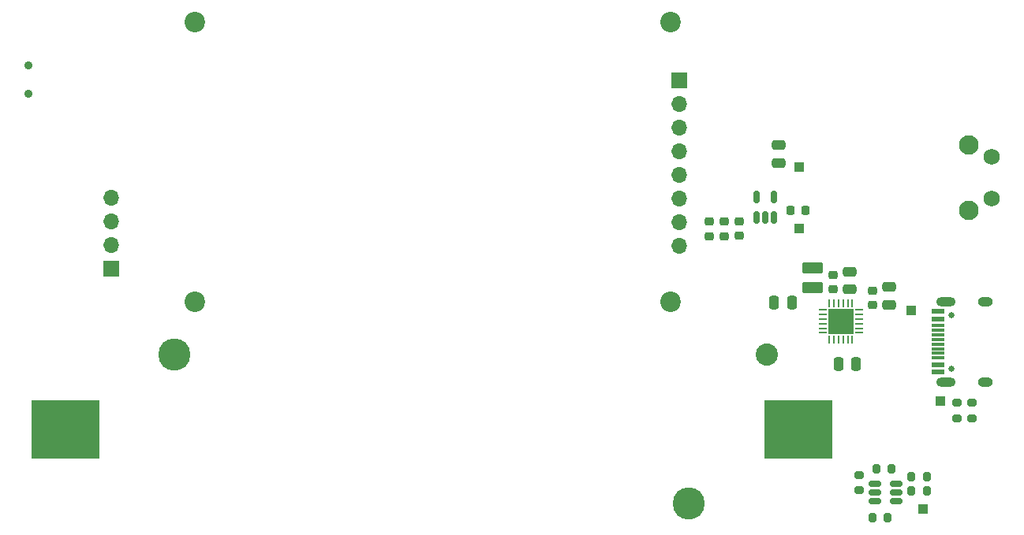
<source format=gbr>
%TF.GenerationSoftware,KiCad,Pcbnew,8.0.7*%
%TF.CreationDate,2024-12-15T23:10:09+01:00*%
%TF.ProjectId,leany,6c65616e-792e-46b6-9963-61645f706362,rev?*%
%TF.SameCoordinates,Original*%
%TF.FileFunction,Soldermask,Bot*%
%TF.FilePolarity,Negative*%
%FSLAX46Y46*%
G04 Gerber Fmt 4.6, Leading zero omitted, Abs format (unit mm)*
G04 Created by KiCad (PCBNEW 8.0.7) date 2024-12-15 23:10:09*
%MOMM*%
%LPD*%
G01*
G04 APERTURE LIST*
G04 Aperture macros list*
%AMRoundRect*
0 Rectangle with rounded corners*
0 $1 Rounding radius*
0 $2 $3 $4 $5 $6 $7 $8 $9 X,Y pos of 4 corners*
0 Add a 4 corners polygon primitive as box body*
4,1,4,$2,$3,$4,$5,$6,$7,$8,$9,$2,$3,0*
0 Add four circle primitives for the rounded corners*
1,1,$1+$1,$2,$3*
1,1,$1+$1,$4,$5*
1,1,$1+$1,$6,$7*
1,1,$1+$1,$8,$9*
0 Add four rect primitives between the rounded corners*
20,1,$1+$1,$2,$3,$4,$5,0*
20,1,$1+$1,$4,$5,$6,$7,0*
20,1,$1+$1,$6,$7,$8,$9,0*
20,1,$1+$1,$8,$9,$2,$3,0*%
G04 Aperture macros list end*
%ADD10R,1.700000X1.700000*%
%ADD11O,1.700000X1.700000*%
%ADD12C,2.200000*%
%ADD13C,0.900000*%
%ADD14RoundRect,0.250000X0.850000X-0.375000X0.850000X0.375000X-0.850000X0.375000X-0.850000X-0.375000X0*%
%ADD15RoundRect,0.225000X-0.250000X0.225000X-0.250000X-0.225000X0.250000X-0.225000X0.250000X0.225000X0*%
%ADD16RoundRect,0.225000X0.250000X-0.225000X0.250000X0.225000X-0.250000X0.225000X-0.250000X-0.225000X0*%
%ADD17R,1.000000X1.000000*%
%ADD18RoundRect,0.200000X-0.275000X0.200000X-0.275000X-0.200000X0.275000X-0.200000X0.275000X0.200000X0*%
%ADD19RoundRect,0.250000X0.250000X0.475000X-0.250000X0.475000X-0.250000X-0.475000X0.250000X-0.475000X0*%
%ADD20RoundRect,0.250000X0.475000X-0.250000X0.475000X0.250000X-0.475000X0.250000X-0.475000X-0.250000X0*%
%ADD21RoundRect,0.200000X-0.200000X-0.275000X0.200000X-0.275000X0.200000X0.275000X-0.200000X0.275000X0*%
%ADD22RoundRect,0.150000X0.150000X-0.512500X0.150000X0.512500X-0.150000X0.512500X-0.150000X-0.512500X0*%
%ADD23RoundRect,0.225000X-0.225000X-0.250000X0.225000X-0.250000X0.225000X0.250000X-0.225000X0.250000X0*%
%ADD24RoundRect,0.200000X0.200000X0.275000X-0.200000X0.275000X-0.200000X-0.275000X0.200000X-0.275000X0*%
%ADD25C,0.650000*%
%ADD26R,1.450000X0.600000*%
%ADD27R,1.450000X0.300000*%
%ADD28O,1.600000X1.000000*%
%ADD29O,2.100000X1.000000*%
%ADD30RoundRect,0.062500X0.350000X0.062500X-0.350000X0.062500X-0.350000X-0.062500X0.350000X-0.062500X0*%
%ADD31RoundRect,0.062500X0.062500X0.350000X-0.062500X0.350000X-0.062500X-0.350000X0.062500X-0.350000X0*%
%ADD32R,2.700000X2.700000*%
%ADD33C,2.100000*%
%ADD34C,1.750000*%
%ADD35C,2.390000*%
%ADD36C,3.450000*%
%ADD37R,7.340000X6.350000*%
%ADD38RoundRect,0.250000X-0.250000X-0.475000X0.250000X-0.475000X0.250000X0.475000X-0.250000X0.475000X0*%
%ADD39RoundRect,0.150000X-0.512500X-0.150000X0.512500X-0.150000X0.512500X0.150000X-0.512500X0.150000X0*%
G04 APERTURE END LIST*
D10*
%TO.C,J1*%
X100575000Y-88500000D03*
D11*
X100575000Y-85960000D03*
X100575000Y-83420000D03*
X100575000Y-80880000D03*
%TD*%
%TO.C,J2*%
X161550000Y-86050000D03*
X161550000Y-83510000D03*
X161550000Y-80970000D03*
X161550000Y-78430000D03*
X161550000Y-75890000D03*
X161550000Y-73350000D03*
X161550000Y-70810000D03*
D10*
X161550000Y-68270000D03*
D12*
X160550000Y-92070000D03*
X160550000Y-62070000D03*
X109550000Y-92070000D03*
X109550000Y-62070000D03*
%TD*%
D13*
%TO.C,SW1*%
X91685000Y-66725000D03*
X91685000Y-69725000D03*
%TD*%
D14*
%TO.C,L1*%
X175845000Y-90600000D03*
X175845000Y-88450000D03*
%TD*%
D15*
%TO.C,C17*%
X167945000Y-83450000D03*
X167945000Y-85000000D03*
%TD*%
D16*
%TO.C,C14*%
X182245000Y-92450000D03*
X182245000Y-90900000D03*
%TD*%
D17*
%TO.C,TP2*%
X186445000Y-93050000D03*
%TD*%
D18*
%TO.C,R10*%
X191345000Y-102950000D03*
X191345000Y-104600000D03*
%TD*%
D19*
%TO.C,C12*%
X173600000Y-92200000D03*
X171700000Y-92200000D03*
%TD*%
D15*
%TO.C,C16*%
X166345000Y-83475000D03*
X166345000Y-85025000D03*
%TD*%
D20*
%TO.C,C13*%
X184000000Y-92400000D03*
X184000000Y-90500000D03*
%TD*%
D21*
%TO.C,R17*%
X182225000Y-115300000D03*
X183875000Y-115300000D03*
%TD*%
D22*
%TO.C,U4*%
X171707500Y-83062500D03*
X170757500Y-83062500D03*
X169807500Y-83062500D03*
X169807500Y-80787500D03*
X171707500Y-80787500D03*
%TD*%
D23*
%TO.C,C18*%
X173470000Y-82225000D03*
X175020000Y-82225000D03*
%TD*%
D24*
%TO.C,R15*%
X188082500Y-110875000D03*
X186432500Y-110875000D03*
%TD*%
D25*
%TO.C,J3*%
X190695000Y-93485000D03*
X190695000Y-99265000D03*
D26*
X189250000Y-93125000D03*
X189250000Y-93925000D03*
D27*
X189250000Y-95125000D03*
X189250000Y-96125000D03*
X189250000Y-96625000D03*
X189250000Y-97625000D03*
D26*
X189250000Y-98825000D03*
X189250000Y-99625000D03*
X189250000Y-99625000D03*
X189250000Y-98825000D03*
D27*
X189250000Y-98125000D03*
X189250000Y-97125000D03*
X189250000Y-95625000D03*
X189250000Y-94625000D03*
D26*
X189250000Y-93925000D03*
X189250000Y-93125000D03*
D28*
X194345000Y-92055000D03*
D29*
X190165000Y-92055000D03*
D28*
X194345000Y-100695000D03*
D29*
X190165000Y-100695000D03*
%TD*%
D30*
%TO.C,U5*%
X180807500Y-92925000D03*
X180807500Y-93425000D03*
X180807500Y-93925000D03*
X180807500Y-94425000D03*
X180807500Y-94925000D03*
X180807500Y-95425000D03*
D31*
X180095000Y-96137500D03*
X179595000Y-96137500D03*
X179095000Y-96137500D03*
X178595000Y-96137500D03*
X178095000Y-96137500D03*
X177595000Y-96137500D03*
D30*
X176882500Y-95425000D03*
X176882500Y-94925000D03*
X176882500Y-94425000D03*
X176882500Y-93925000D03*
X176882500Y-93425000D03*
X176882500Y-92925000D03*
D31*
X177595000Y-92212500D03*
X178095000Y-92212500D03*
X178595000Y-92212500D03*
X179095000Y-92212500D03*
X179595000Y-92212500D03*
X180095000Y-92212500D03*
D32*
X178845000Y-94175000D03*
%TD*%
D20*
%TO.C,C19*%
X172150000Y-77150000D03*
X172150000Y-75250000D03*
%TD*%
D15*
%TO.C,C15*%
X164745000Y-83475000D03*
X164745000Y-85025000D03*
%TD*%
D33*
%TO.C,SW4*%
X192555000Y-82225000D03*
X192555000Y-75215000D03*
D34*
X195045000Y-80975000D03*
X195045000Y-76475000D03*
%TD*%
D35*
%TO.C,BT1*%
X170895000Y-97775000D03*
D36*
X162565000Y-113775000D03*
X107365000Y-97775000D03*
D37*
X174295000Y-105775000D03*
X95635000Y-105775000D03*
%TD*%
D15*
%TO.C,C11*%
X178045000Y-89200000D03*
X178045000Y-90750000D03*
%TD*%
D21*
%TO.C,R14*%
X182657500Y-110075000D03*
X184307500Y-110075000D03*
%TD*%
D20*
%TO.C,C21*%
X179845000Y-90725000D03*
X179845000Y-88825000D03*
%TD*%
D17*
%TO.C,TP3*%
X174345000Y-77625000D03*
%TD*%
D38*
%TO.C,C20*%
X178600000Y-98750000D03*
X180500000Y-98750000D03*
%TD*%
D18*
%TO.C,R9*%
X192945000Y-102925000D03*
X192945000Y-104575000D03*
%TD*%
D21*
%TO.C,R16*%
X186420000Y-112375000D03*
X188070000Y-112375000D03*
%TD*%
D17*
%TO.C,TP5*%
X187695000Y-114325000D03*
%TD*%
%TO.C,TP1*%
X174345000Y-84225000D03*
%TD*%
D18*
%TO.C,R13*%
X180782500Y-110700000D03*
X180782500Y-112350000D03*
%TD*%
D39*
%TO.C,Q2*%
X182495000Y-113525000D03*
X182495000Y-112575000D03*
X182495000Y-111625000D03*
X184770000Y-111625000D03*
X184770000Y-112575000D03*
X184770000Y-113525000D03*
%TD*%
D17*
%TO.C,TP4*%
X189545000Y-102775000D03*
%TD*%
M02*

</source>
